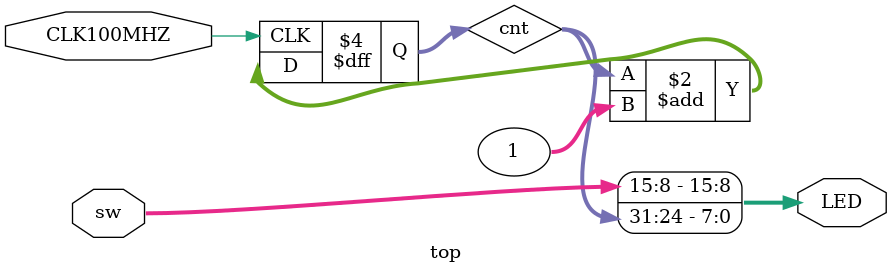
<source format=v>
`timescale 1ns / 1ps
 
module top(
	input CLK100MHZ,
	output [15:0]LED,
	input [15:0]sw
    );
	reg [31:0]cnt = 0;
	always @ (posedge CLK100MHZ) begin
		cnt <= cnt + 1;
	end
	assign LED[7:0] = cnt[31:24];
	assign LED[15:8] = sw[15:8];
endmodule


</source>
